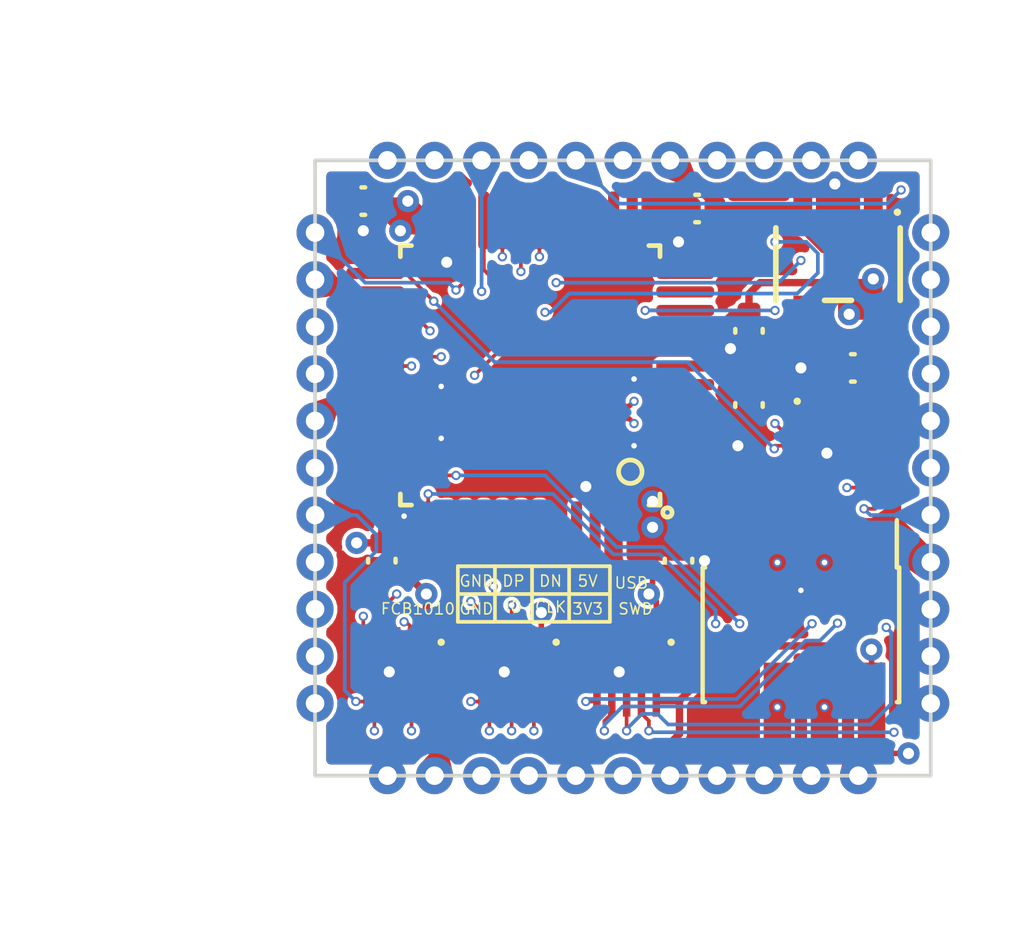
<source format=kicad_pcb>
(kicad_pcb
	(version 20241229)
	(generator "pcbnew")
	(generator_version "9.0")
	(general
		(thickness 1.6)
		(legacy_teardrops no)
	)
	(paper "A4")
	(layers
		(0 "F.Cu" signal)
		(4 "In1.Cu" signal)
		(6 "In2.Cu" signal)
		(2 "B.Cu" signal)
		(9 "F.Adhes" user "F.Adhesive")
		(11 "B.Adhes" user "B.Adhesive")
		(13 "F.Paste" user)
		(15 "B.Paste" user)
		(5 "F.SilkS" user "F.Silkscreen")
		(7 "B.SilkS" user "B.Silkscreen")
		(1 "F.Mask" user)
		(3 "B.Mask" user)
		(17 "Dwgs.User" user "User.Drawings")
		(19 "Cmts.User" user "User.Comments")
		(21 "Eco1.User" user "User.Eco1")
		(23 "Eco2.User" user "User.Eco2")
		(25 "Edge.Cuts" user)
		(27 "Margin" user)
		(31 "F.CrtYd" user "F.Courtyard")
		(29 "B.CrtYd" user "B.Courtyard")
		(35 "F.Fab" user)
		(33 "B.Fab" user)
		(39 "User.1" user)
		(41 "User.2" user)
		(43 "User.3" user)
		(45 "User.4" user)
		(47 "User.5" user)
		(49 "User.6" user)
		(51 "User.7" user)
		(53 "User.8" user)
		(55 "User.9" user)
	)
	(setup
		(stackup
			(layer "F.SilkS"
				(type "Top Silk Screen")
			)
			(layer "F.Paste"
				(type "Top Solder Paste")
			)
			(layer "F.Mask"
				(type "Top Solder Mask")
				(thickness 0.01)
			)
			(layer "F.Cu"
				(type "copper")
				(thickness 0.035)
			)
			(layer "dielectric 1"
				(type "prepreg")
				(thickness 0.1)
				(material "FR4")
				(epsilon_r 4.5)
				(loss_tangent 0.02)
			)
			(layer "In1.Cu"
				(type "copper")
				(thickness 0.035)
			)
			(layer "dielectric 2"
				(type "core")
				(thickness 1.24)
				(material "FR4")
				(epsilon_r 4.5)
				(loss_tangent 0.02)
			)
			(layer "In2.Cu"
				(type "copper")
				(thickness 0.035)
			)
			(layer "dielectric 3"
				(type "prepreg")
				(thickness 0.1)
				(material "FR4")
				(epsilon_r 4.5)
				(loss_tangent 0.02)
			)
			(layer "B.Cu"
				(type "copper")
				(thickness 0.035)
			)
			(layer "B.Mask"
				(type "Bottom Solder Mask")
				(thickness 0.01)
			)
			(layer "B.Paste"
				(type "Bottom Solder Paste")
			)
			(layer "B.SilkS"
				(type "Bottom Silk Screen")
			)
			(copper_finish "HAL lead-free")
			(dielectric_constraints no)
			(castellated_pads yes)
		)
		(pad_to_mask_clearance 0)
		(allow_soldermask_bridges_in_footprints no)
		(tenting front back)
		(pcbplotparams
			(layerselection 0x00000000_00000000_55555555_5755f5ff)
			(plot_on_all_layers_selection 0x00000000_00000000_00000000_00000000)
			(disableapertmacros no)
			(usegerberextensions no)
			(usegerberattributes yes)
			(usegerberadvancedattributes yes)
			(creategerberjobfile yes)
			(dashed_line_dash_ratio 12.000000)
			(dashed_line_gap_ratio 3.000000)
			(svgprecision 4)
			(plotframeref no)
			(mode 1)
			(useauxorigin no)
			(hpglpennumber 1)
			(hpglpenspeed 20)
			(hpglpendiameter 15.000000)
			(pdf_front_fp_property_popups yes)
			(pdf_back_fp_property_popups yes)
			(pdf_metadata yes)
			(pdf_single_document no)
			(dxfpolygonmode yes)
			(dxfimperialunits yes)
			(dxfusepcbnewfont yes)
			(psnegative no)
			(psa4output no)
			(plot_black_and_white yes)
			(sketchpadsonfab no)
			(plotpadnumbers no)
			(hidednponfab no)
			(sketchdnponfab yes)
			(crossoutdnponfab yes)
			(subtractmaskfromsilk no)
			(outputformat 1)
			(mirror no)
			(drillshape 0)
			(scaleselection 1)
			(outputdirectory "gerber/")
		)
	)
	(net 0 "")
	(net 1 "GND")
	(net 2 "Net-(BRD1E-P3.1)")
	(net 3 "unconnected-(BRD1C-P1.3-Pad5)")
	(net 4 "Net-(BRD1E-P3.4)")
	(net 5 "unconnected-(BRD1E-P3.3-Pad15)")
	(net 6 "Net-(BRD1B-P0.6{slash}AD6)")
	(net 7 "Net-(BRD1B-P0.1{slash}AD1)")
	(net 8 "unconnected-(BRD1A-NC-Pad12)")
	(net 9 "Net-(BRD1B-P0.3{slash}AD3)")
	(net 10 "Net-(BRD1C-P1.0)")
	(net 11 "unconnected-(BRD1A-NC-Pad34)")
	(net 12 "Net-(BRD1B-P0.0{slash}AD0)")
	(net 13 "BTNS_1-5")
	(net 14 "Net-(BRD1C-P1.2)")
	(net 15 "+5V")
	(net 16 "Net-(BRD1B-P0.2{slash}AD2)")
	(net 17 "unconnected-(BRD1E-P3.2-Pad14)")
	(net 18 "BTNS_6-10")
	(net 19 "unconnected-(BRD1E-P3.5-Pad17)")
	(net 20 "unconnected-(BRD1A-XTAL1-Pad21)")
	(net 21 "Net-(BRD1B-P0.5{slash}AD5)")
	(net 22 "unconnected-(BRD1A-RST-Pad10)")
	(net 23 "unconnected-(BRD1A-NC-Pad23)")
	(net 24 "Net-(BRD1B-P0.4{slash}AD4)")
	(net 25 "Net-(BRD1B-P0.7{slash}AD7)")
	(net 26 "unconnected-(BRD1C-P1.4-Pad6)")
	(net 27 "ADC_DOUT")
	(net 28 "MIDI_RX")
	(net 29 "VCC")
	(net 30 "/USB_DN")
	(net 31 "unconnected-(BRD1C-P1.7{slash}SCK-Pad9)")
	(net 32 "unconnected-(BRD1A-NC-Pad1)")
	(net 33 "/USB_DP")
	(net 34 "/SWD_IO")
	(net 35 "/SWD_CLK")
	(net 36 "unconnected-(BRD1A-XTAL2-Pad20)")
	(net 37 "ADC_DIN")
	(net 38 "unconnected-(U1B-PC13{slash}WKUP2{slash}RTC_TAMP1{slash}RTC_TS{slash}RTC_OUT-Pad2)")
	(net 39 "ADC_CS")
	(net 40 "Net-(U1D-PB3{slash}SPI1_SCK{slash}I2S1_CK{slash}TIM2_CH2{slash}TSC_G5_IO1{slash}EVENTOUT)")
	(net 41 "unconnected-(U1B-PF1-OSC_OUT{slash}I2C1_SCL-Pad6)")
	(net 42 "MIDI_TX")
	(net 43 "Net-(U1D-PB0{slash}TIM3_CH3{slash}TIM1_CH2N{slash}TSC_G3_IO2{slash}EVENTOUT{slash}ADC_IN8)")
	(net 44 "Net-(U1D-PB7{slash}I2C1_SDA{slash}USART1_RX{slash}USART4_CTS{slash}TIM17_CH1N{slash}TSC_G5_IO4)")
	(net 45 "unconnected-(U1C-PA3{slash}USART2_RX{slash}TIM2_CH4{slash}TSC_G1_IO4{slash}ADC_IN3-Pad13)")
	(net 46 "unconnected-(U1C-PA15{slash}SPI1_NSS{slash}I2S1_WS{slash}USART2_RX{slash}TIM2_CH1_ETR{slash}EVENTOUT{slash}USB_NOE-Pad38)")
	(net 47 "Net-(U1D-PB6{slash}I2C1_SCL{slash}USART1_TX{slash}TIM16_CH1N{slash}TSC_G5_I03)")
	(net 48 "unconnected-(U1B-PC14-OSC32_IN-Pad3)")
	(net 49 "Net-(U1D-PB2{slash}TSC_G3_IO4)")
	(net 50 "Net-(U1D-PB1{slash}TIM3_CH4{slash}TIM14_CH1{slash}TIM1_CH3N{slash}TSC_G3_IO3{slash}ADC_IN9)")
	(net 51 "unconnected-(U1D-PB8{slash}I2C1_SCL{slash}CEC{slash}TIM16_CH1{slash}TSC_SYNC{slash}CAN_RX-Pad45)")
	(net 52 "unconnected-(U1C-PA2{slash}USART2_TX{slash}TIM2_CH3{slash}TSC_G1_IO3{slash}ADC_IN2{slash}WKUP4-Pad12)")
	(net 53 "Net-(U1D-PB5{slash}SPI1_MOSI{slash}I2S1_SD{slash}I2C1_SMBA{slash}TIM16_BKIN{slash}TIM3_CH2{slash}WKUP6)")
	(net 54 "unconnected-(U1B-PC15-OSC32_OUT-Pad4)")
	(net 55 "unconnected-(U1C-PA1{slash}USART2_RTS{slash}TIM2_CH2{slash}TSC_G1_IO2{slash}EVENTOUT{slash}ADC_IN1-Pad11)")
	(net 56 "ADC_CLK")
	(net 57 "unconnected-(U1C-PA8{slash}USART1_CK{slash}TIM1_CH1{slash}EVENTOUT{slash}MCO{slash}CRS_SYNC-Pad29)")
	(net 58 "unconnected-(U1B-PF0-OSC_IN{slash}CRS_SYNC{slash}I2C1_SDA-Pad5)")
	(net 59 "Net-(U1D-PB4{slash}SPI1_MISO{slash}I2S1_MCK{slash}TIM17_BKIN{slash}TIM3_CH1{slash}TSC_G5_IO2{slash}EVENTOUT)")
	(net 60 "unconnected-(U1D-PB9{slash}SPI2_NSS{slash}I2C1_SDA{slash}IR_OUT{slash}TIM17_CH1{slash}EVENTOUT{slash}CAN_TX-Pad46)")
	(net 61 "Net-(BRD1A-ALE)")
	(net 62 "LATCH_EN")
	(net 63 "unconnected-(U6-NC-Pad4)")
	(net 64 "unconnected-(U1C-PA7{slash}SPI1_MOSI{slash}I2S1_SD{slash}TIM3_CH2{slash}TIM14_CH1{slash}TIM1_CH1N{slash}TIM17_CH1{slash}TSC_G2_IO4{slash}EVENTOUT{slash}ADC_IN7-Pad17)")
	(net 65 "unconnected-(U1C-PA4{slash}SPI1_NSS{slash}I2S1_WS{slash}TIM14_CH1{slash}TSC_G2_IO1{slash}USART2_CK{slash}USB_NOE{slash}ADC_IN4-Pad14)")
	(net 66 "unconnected-(U1C-PA6{slash}SPI1_MISO{slash}I2S1_MCK{slash}TIM3_CH1{slash}TIM1_BKIN{slash}TIM16_CH1{slash}TSC_G2_IO3{slash}EVENTOUT{slash}ADC_IN6-Pad16)")
	(net 67 "unconnected-(U1C-PA5{slash}SPI1_SCK{slash}I2S1_CK{slash}CEC{slash}TIM2_CH1_ETR{slash}TSC_G2_IO2{slash}ADC_IN5-Pad15)")
	(net 68 "unconnected-(U4-Pad9)")
	(net 69 "unconnected-(U5-Pad8)")
	(net 70 "unconnected-(U5-Pad7)")
	(footprint "TXU0104RUTR:PQFP12_RUT_TEX" (layer "F.Cu") (at 147 105.5 -90))
	(footprint "TXU0104RUTR:PQFP12_RUT_TEX" (layer "F.Cu") (at 150.1 105.5 -90))
	(footprint "CL05:C_0402" (layer "F.Cu") (at 143 92.8 180))
	(footprint "W78C32C:W78C32C" (layer "F.Cu") (at 150 100))
	(footprint "CL05:C_0402" (layer "F.Cu") (at 152 93 180))
	(footprint "TXU0104RUTR:PQFP12_RUT_TEX" (layer "F.Cu") (at 143.9 105.5 -90))
	(footprint "XKB:X1321WVS-2x04J-C40D53" (layer "F.Cu") (at 154.8 104.5 -90))
	(footprint "CL05:C_0402" (layer "F.Cu") (at 151.5 102.5 -90))
	(footprint "TXU0104RUTR:PQFP12_RUT_TEX" (layer "F.Cu") (at 155.5 99.4))
	(footprint "AP2112K-3.3TRG1:SOT_RG1_DIO" (layer "F.Cu") (at 155.8 94.5 -90))
	(footprint "STM32F042C6T6:QFP50P700X700X160-48N" (layer "F.Cu") (at 147.5 97.5 180))
	(footprint "CL05:C_0402" (layer "F.Cu") (at 156.2 97.3 180))
	(footprint "CL05:C_0402" (layer "F.Cu") (at 143.5 102.5 -90))
	(footprint "CL05:C_0402" (layer "F.Cu") (at 153.4 98.3 -90))
	(footprint "CL05:C_0402" (layer "F.Cu") (at 153.4 96.3 -90))
	(gr_poly
		(pts
			(xy 150.2 102.4) (xy 151.7 102.4) (xy 151.7 100.2) (xy 150.2 100.2)
		)
		(stroke
			(width 0.2)
			(type solid)
		)
		(fill yes)
		(layer "F.Cu")
		(net 29)
		(uuid "5f68577a-37ef-4394-a92a-19385dbe2ce0")
	)
	(gr_poly
		(pts
			(xy 143.5 92.8) (xy 144.3 92.8) (xy 144.8 93.3) (xy 144.8 93.6) (xy 144.5 93.6) (xy 144 93.6) (xy 143.5 93.1)
		)
		(stroke
			(width 0.2)
			(type solid)
		)
		(fill yes)
		(layer "F.Cu")
		(net 29)
		(uuid "5ff662f7-6740-425e-a734-5f275c19ba40")
	)
	(gr_poly
		(pts
			(xy 157.4 101.4) (xy 158.1 102.1) (xy 158.1 102.5) (xy 156.6 102.5) (xy 156.6 101.533334) (xy 157.4 101)
		)
		(stroke
			(width 0.2)
			(type solid)
		)
		(fill yes)
		(layer "F.Cu")
		(net 15)
		(uuid "992e6a95-7cd9-4714-8e90-caed37a243c8")
	)
	(gr_poly
		(pts
			(xy 154.4 98.2) (xy 154.4 98.6) (xy 155.5 98.6) (xy 155.5 98.2)
		)
		(stroke
			(width 0.2)
			(type solid)
		)
		(fill yes)
		(layer "F.Cu")
		(net 29)
		(uuid "a2b889ec-eac0-418f-a292-b58a61506737")
	)
	(gr_poly
		(pts
			(xy 156.9 95) (xy 155.9 95) (xy 155.9 95.9) (xy 156.9 95.9)
		)
		(stroke
			(width 0.2)
			(type solid)
		)
		(fill yes)
		(layer "F.Cu")
		(net 29)
		(uuid "c7d61e87-7b87-42f8-9411-04a52fe44f3d")
	)
	(gr_line
		(start 145.55 104.15)
		(end 149.65 104.15)
		(stroke
			(width 0.1)
			(type default)
		)
		(layer "F.SilkS")
		(uuid "02b261a0-afe2-475c-9d31-87ce94d0a0ae")
	)
	(gr_line
		(start 145.55 103.4)
		(end 149.65 103.4)
		(stroke
			(width 0.1)
			(type default)
		)
		(layer "F.SilkS")
		(uuid "0dae0b78-da39-484b-8306-a81eb79aad1f")
	)
	(gr_line
		(start 147.55 102.65)
		(end 147.55 104.15)
		(stroke
			(width 0.1)
			(type default)
		)
		(layer "F.SilkS")
		(uuid "0e630d84-3231-4bd9-83b9-652165bc9893")
	)
	(gr_line
		(start 148.55 102.65)
		(end 148.55 104.15)
		(stroke
			(width 0.1)
			(type default)
		)
		(layer "F.SilkS")
		(uuid "18172cce-308c-4197-9fc6-16c23008856d")
	)
	(gr_line
		(start 145.55 102.65)
		(end 145.55 104.15)
		(stroke
			(width 0.1)
			(type default)
		)
		(layer "F.SilkS")
		(uuid "2ac9c554-546a-4778-a37a-e3d14803a915")
	)
	(gr_line
		(start 149.65 102.65)
		(end 145.55 102.65)
		(stroke
			(width 0.1)
			(type default)
		)
		(layer "F.SilkS")
		(uuid "360bc021-3912-4d0e-837c-1dfc6392c63a")
	)
	(gr_line
		(start 146.55 102.65)
		(end 146.55 104.15)
		(stroke
			(width 0.1)
			(type default)
		)
		(layer "F.SilkS")
		(uuid "3f415220-f2c6-475c-88da-26d71abde23e")
	)
	(gr_line
		(start 149.65 104.15)
		(end 149.65 102.65)
		(stroke
			(width 0.1)
			(type default)
		)
		(layer "F.SilkS")
		(uuid "bac009c7-b5c7-46e1-8c75-449ec73e16f4")
	)
	(gr_text "GND"
		(at 146.05 103.05 0)
		(layer "F.SilkS")
		(uuid "0aed2492-9388-4eb6-837e-10b4554a8e48")
		(effects
			(font
				(size 0.3 0.3)
				(thickness 0.04)
			)
		)
	)
	(gr_text "5V"
		(at 149.05 103.05 0)
		(layer "F.SilkS")
		(uuid "3582343f-e3cc-4b5f-bf11-013aedf5453a")
		(effects
			(font
				(size 0.3 0.3)
				(thickness 0.04)
			)
		)
	)
	(gr_text "CLK"
		(at 148.05 103.75 0)
		(layer "F.SilkS")
		(uuid "497bd152-0adb-4c02-a30f-461b8596bf72")
		(effects
			(font
				(size 0.3 0.3)
				(thickness 0.04)
			)
		)
	)
	(gr_text "DP"
		(at 147.05 103.05 0)
		(layer "F.SilkS")
		(uuid "5fc448cb-3c67-49d1-83f3-43c9e1b8a3ee")
		(effects
			(font
				(size 0.3 0.3)
				(thickness 0.04)
			)
		)
	)
	(gr_text "IO"
		(at 147.05 103.75 0)
		(layer "F.SilkS")
		(uuid "7e91b8d8-5c9e-4a06-8fd8-1dff1191bc2f")
		(effects
			(font
				(size 0.3 0.3)
				(thickness 0.04)
			)
		)
	)
	(gr_text "3V3"
		(at 149.05 103.8 0)
		(layer "F.SilkS")
		(uuid "85b9aa5a-4259-4cf7-a96b-395a7d242c6f")
		(effects
			(font
				(size 0.3 0.3)
				(thickness 0.04)
			)
		)
	)
	(gr_text "DN"
		(at 148.05 103.05 0)
		(layer "F.SilkS")
		(uuid "997b4732-c021-4647-921e-eac8940121e1")
		(effects
			(font
				(size 0.3 0.3)
				(thickness 0.04)
			)
		)
	)
	(gr_text "USB"
		(at 149.75 103.1 0)
		(layer "F.SilkS")
		(uuid "a1d15e8e-4afb-4294-94c6-35c9e2c18e77")
		(effects
			(font
				(size 0.3 0.3)
				(thickness 0.04)
			)
			(justify left)
		)
	)
	(gr_text "GND"
		(at 146.05 103.8 0)
		(layer "F.SilkS")
		(uuid "a962b64c-ac2f-43e4-a895-d78cadca5d96")
		(effects
			(font
				(size 0.3 0.3)
				(thickness 0.04)
			)
		)
	)
	(gr_text "FCB1010"
		(at 145.5 103.8 0)
		(layer "F.SilkS")
		(uuid "ed661657-590b-45c2-9a93-ec93197ea635")
		(effects
			(font
				(size 0.3 0.3)
				(thickness 0.04)
			)
			(justify right)
		)
	)
	(gr_text "SWD"
		(at 149.85 103.8 0)
		(layer "F.SilkS")
		(uuid "f4db9017-24e4-45ad-9902-35d15dc7761e")
		(effects
			(font
				(size 0.3 0.3)
				(thickness 0.04)
			)
			(justify left)
		)
	)
	(segment
		(start 153.4 96.78)
		(end 152.9 96.78)
		(width 0.2)
		(layer "F.Cu")
		(net 1)
		(uuid "0178a64d-ce12-401f-9876-227d3222f51d")
	)
	(segment
		(start 146.0729 105.5)
		(end 146.8 105.5)
		(width 0.15)
		(layer "F.Cu")
		(net 1)
		(uuid "09ed30ea-acce-4836-a74d-889c2cbb8514")
	)
	(segment
		(start 152.9 96.78)
		(end 151.71 96.78)
		(width 0.2)
		(layer "F.Cu")
		(net 1)
		(uuid "14696c63-8222-4c2a-9dfc-d0c851a8bc2d")
	)
	(segment
		(start 153.4 99.1)
		(end 153.1 99.4)
		(width 0.2)
		(layer "F.Cu")
		(net 1)
		(uuid "274ef64c-dd12-44aa-bd42-1589d06b77d1")
	)
	(segment
		(start 153.4 98.78)
		(end 153.4 99.1)
		(width 0.2)
		(layer "F.Cu")
		(net 1)
		(uuid "33bda83c-4c81-4bd2-9c1a-d49779cc18eb")
	)
	(segment
		(start 155.72 97.3)
		(end 154.8 97.3)
		(width 0.2)
		(layer "F.Cu")
		(net 1)
		(uuid "3a831398-aae7-4a58-86a8-3f176493943e")
	)
	(segment
		(start 155.5 100.3271)
		(end 155.5 99.6)
		(width 0.15)
		(layer "F.Cu")
		(net 1)
		(uuid "48b3d4ce-74a1-4e0a-b886-a3aef721cc12")
	)
	(segment
		(start 151.52 93)
		(end 151.52 93.88)
		(width 0.2)
		(layer "F.Cu")
		(net 1)
		(uuid "4e449852-7f76-4b07-888d-31fd7365886f")
	)
	(segment
		(start 155.715002 93.115002)
		(end 155.715002 92.337795)
		(width 0.2)
		(layer "F.Cu")
		(net 1)
		(uuid "5a8113b5-7c48-4e35-8289-566c3c3e96e2")
	)
	(segment
		(start 154.352601 100.652601)
		(end 155.5 100.652601)
		(width 0.2)
		(layer "F.Cu")
		(net 1)
		(uuid "61654807-5c97-424f-9cfd-d3a65b1062fc")
	)
	(segment
		(start 156.35 108.15)
		(end 156 107.8)
		(width 0.15)
		(layer "F.Cu")
		(net 1)
		(uuid "6a96f708-5adc-4b4c-8eb5-db9f1819bd7f")
	)
	(segment
		(start 149.1729 105.5)
		(end 149.9 105.5)
		(width 0.15)
		(layer "F.Cu")
		(net 1)
		(uuid "706dc458-e326-45b8-8b65-dfb4452ad18f")
	)
	(segment
		(start 142.9729 105.5)
		(end 143.7 105.5)
		(width 0.15)
		(layer "F.Cu")
		(net 1)
		(uuid "8dfd9c0c-fb95-454c-b619-cb11985d5b76")
	)
	(segment
		(start 155.8 93.2)
		(end 155.715002 93.115002)
		(width 0.2)
		(layer "F.Cu")
		(net 1)
		(uuid "92ca3f2b-1e4c-4db9-847a-aefa23f8491b")
	)
	(segment
		(start 151.52 93.88)
		(end 151.5 93.9)
		(width 0.2)
		(layer "F.Cu")
		(net 1)
		(uuid "94db7c39-937f-4552-bad7-3298724d9ed0")
	)
	(segment
		(start 153.4 96.78)
		(end 154.28 96.78)
		(width 0.2)
		(layer "F.Cu")
		(net 1)
		(uuid "a32641e8-cfad-4af0-9a1f-94539ae4911a")
	)
	(segment
		(start 151.71 96.78)
		(end 151.68 96.75)
		(width 0.2)
		(layer "F.Cu")
		(net 1)
		(uuid "bfee8db5-30e0-4e88-966c-29eb1a4939c5")
	)
	(segment
		(start 145.25 94.45)
		(end 145.25 93.32)
		(width 0.15)
		(layer "F.Cu")
		(net 1)
		(uuid "c5bce9cf-bdec-4fa9-bd4c-ab31ad5b511d")
	)
	(segment
		(start 142.52 93.12)
		(end 143 93.6)
		(width 0.2)
		(layer "F.Cu")
		(net 1)
		(uuid "d4bf0b6b-ebc8-4372-8d87-b5ae204603e6")
	)
	(segment
		(start 153.1 99.4)
		(end 154.352601 100.652601)
		(width 0.2)
		(layer "F.Cu")
		(net 1)
		(uuid "f566c9b9-d646-4b52-88b3-e0b7964606d2")
	)
	(segment
		(start 142.52 92.8)
		(end 142.52 93.12)
		(width 0.2)
		(layer "F.Cu")
		(net 1)
		(uuid "f871f2a5-d6cf-424f-8317-b569e7dbab8c")
	)
	(segment
		(start 154.28 96.78)
		(end 154.8 97.3)
		(width 0.2)
		(layer "F.Cu")
		(net 1)
		(uuid "f8c28807-b706-4c9f-aa0e-2ce74b29d712")
	)
	(via
		(at 152.2 102.5)
		(size 0.6)
		(drill 0.3)
		(layers "F.Cu" "B.Cu")
		(net 1)
		(uuid "028007c5-285d-42d5-9348-6021d877bc36")
	)
	(via
		(at 154.8 103.3)
		(size 0.25)
		(drill 0.15)
		(layers "F.Cu" "B.Cu")
		(net 1)
		(uuid "19b6eaa2-0d21-43b8-82d7-8f249f90bc06")
	)
	(via
		(at 151.5 93.9)
		(size 0.6)
		(drill 0.3)
		(layers "F.Cu" "B.Cu")
		(net 1)
		(uuid "218bc5b6-8457-4a87-bac3-96c4c20db7ce")
	)
	(via
		(at 149 100.5)
		(size 0.6)
		(drill 0.3)
		(layers "F.Cu" "B.Cu")
		(net 1)
		(uuid "34fd8234-b307-478e-9871-781c106decbf")
	)
	(via
		(at 155.715002 92.337795)
		(size 0.6)
		(drill 0.3)
		(layers "F.Cu" "B.Cu")
		(net 1)
		(uuid "36a75715-932b-4546-9482-7dbb58c05c5c")
	)
	(via
		(at 150.3 97.6)
		(size 0.25)
		(drill 0.15)
		(layers "F.Cu" "B.Cu")
		(net 1)
		(uuid "50a24178-2e0e-4cd5-9484-f4a926ebb097")
	)
	(via
		(at 143 93.6)
		(size 0.6)
		(drill 0.3)
		(layers "F.Cu" "B.Cu")
		(net 1)
		(uuid "51c3f7f3-206d-4a01-99da-72b2caa4e755")
	)
	(via
		(at 153.1 99.4)
		(size 0.6)
		(drill 0.3)
		(layers "F.Cu" "B.Cu")
		(net 1)
		(uuid "5a718bd3-21a3-4b7d-b3ac-63f91bcb8977")
	)
	(via
		(at 155.5 99.6)
		(size 0.6)
		(drill 0.3)
		(layers "F.Cu" "B.Cu")
		(net 1)
		(uuid "5b731c5d-f8cf-4fe1-814d-57e4a4e129f6")
	)
	(via
		(at 145.1 99.2)
		(size 0.25)
		(drill 0.15)
		(layers "F.Cu" "B.Cu")
		(net 1)
		(uuid "69a6e2da-ce46-414f-aef0-5946faa5205b")
	)
	(via
		(at 152.9 96.78)
		(size 0.6)
		(drill 0.3)
		(layers "F.Cu" "B.Cu")
		(net 1)
		(uuid "9db5a403-66b5-47c4-bb4a-6a44159d6919")
	)
	(via
		(at 154.8 97.3)
		(size 0.6)
		(drill 0.3)
		(layers "F.Cu" "B.Cu")
		(net 1)
		(uuid "b5aef0f9-30ee-4c25-bd40-18309bf060a3")
	)
	(via
		(at 150.3 99.4)
		(size 0.25)
		(drill 0.15)
		(layers "F.Cu" "B.Cu")
		(net 1)
		(uuid "c1bf5967-ef10-440b-8227-19d01fdeee37")
	)
	(via
		(at 145.25 94.45)
		(size 0.6)
		(drill 0.3)
		(layers "F.Cu" "B.Cu")
		(net 1)
		(uuid "c427aa60-815a-49cc-8535-897408bba293")
	)
	(via
		(at 145.1 97.8)
		(size 0.25)
		(drill 0.15)
		(layers "F.Cu" "B.Cu")
		(net 1)
		(uuid "c45a09d8-6d00-4448-b122-893fb993c7bc")
	)
	(via
		(at 146.8 105.5)
		(size 0.6)
		(drill 0.3)
		(layers "F.Cu" "B.Cu")
		(net 1)
		(uuid "caa7d81c-67e2-415c-a10e-9a86ae4d33a3")
	)
	(via
		(at 149.9 105.5)
		(size 0.6)
		(drill 0.3)
		(layers "F.Cu" "B.Cu")
		(net 1)
		(uuid "df791a60-ccda-402c-aa46-7e04b22791ac")
	)
	(via
		(at 143.7 105.5)
		(size 0.6)
		(drill 0.3)
		(layers "F.Cu" "B.Cu")
		(net 1)
		(uuid "ee5bf3b3-977e-4445-8bac-302d89637cd8")
	)
	(via
		(at 144.1 101.3)
		(size 0.25)
		(drill 0.15)
		(layers "F.Cu" "B.Cu")
		(net 1)
		(uuid "f8388f34-3232-4d8c-80c8-bb76fb3f4c28")
	)
	(segment
		(start 143.074699 106.3)
		(end 143.099999 106.2747)
		(width 0.1)
		(layer "F.Cu")
		(net 2)
		(uuid "5165ecd4-fba6-45e2-9dcc-8ce7c87bc355")
	)
	(segment
		(start 142.8 106.3)
		(end 143.074699 106.3)
		(width 0.1)
		(layer "F.Cu")
		(net 2)
		(uuid "e22cbbb0-be7c-4183-be48-4996acc43510")
	)
	(via
		(at 142.8 106.3)
		(size 0.25)
		(drill 0.15)
		(layers "F.Cu" "B.Cu")
		(net 2)
		(uuid "07de6ad4-17a8-405c-bd35-88f1b08280b6")
	)
	(segment
		(start 142.5 106)
		(end 142.5 103.090948)
		(width 0.1)
		(layer "B.Cu")
		(net 2)
		(uuid "1dc73467-efb7-4f3e-8f3b-7d326ac4e7b4")
	)
	(segment
		(start 142.5 103.090948)
		(end 143.351 102.239948)
		(width 0.1)
		(layer "B.Cu")
		(net 2)
		(uuid "2ea70437-9691-43ba-b411-fc57b98b7bdf")
	)
	(segment
		(start 142.820948 101.27)
		(end 141.7 101.27)
		(width 0.1)
		(layer "B.Cu")
		(net 2)
		(uuid "2fb4e3f1-344d-4616-9897-b8fb5bf65b45")
	)
	(segment
		(start 143.351 102.239948)
		(end 143.351 101.800052)
		(width 0.1)
		(layer "B.Cu")
		(net 2)
		(uuid "423c8cad-eea8-44db-8475-d604f9085283")
	)
	(segment
		(start 142.8 106.3)
		(end 142.5 106)
		(width 0.1)
		(layer "B.Cu")
		(net 2)
		(uuid "467c55b4-fa71-4fe1-8ecd-4f89b5deab2c")
	)
	(segment
		(start 143.351 101.800052)
		(end 142.820948 101.27)
		(width 0.1)
		(layer "B.Cu")
		(net 2)
		(uuid "fc7f8db8-618f-40a7-ae10-49fdc439c6e5")
	)
	(segment
		(start 143.3 106.824805)
		(end 143.500001 106.624804)
		(width 0.1)
		(layer "F.Cu")
		(net 4)
		(uuid "4a39261a-a370-473e-80a5-06783e0d0ec6")
	)
	(segment
		(start 143.3 107.1)
		(end 143.3 106.824805)
		(width 0.1)
		(layer "F.Cu")
		(net 4)
		(uuid "d26d1376-f59d-4183-85b3-242303ba8b8b")
	)
	(segment
		(start 143.500001 106.624804)
		(end 143.500001 106.2747)
		(width 0.1)
		(layer "F.Cu")
		(net 4)
		(uuid "d6dcf3ff-dfcf-4621-bfc3-63b08da73d53")
	)
	(via
		(at 143.3 107.09)
		(size 0.25)
		(drill 0.15)
		(layers "F.Cu" "B.Cu")
		(net 4)
		(uuid "06e9fcba-b3e5-456d-9a6b-6cf5bb12b712")
	)
	(segment
		(start 142.224882 105.08)
		(end 141.7 105.08)
		(width 0.1)
		(layer "In2.Cu")
		(net 4)
		(uuid "45906728-5726-4ede-8788-b71da1665e5b")
	)
	(segment
		(start 143.3 106.155118)
		(end 142.224882 105.08)
		(width 0.1)
		(layer "In2.Cu")
		(net 4)
		(uuid "4a348736-4497-4355-92ed-fa0286e6f471")
	)
	(segment
		(start 143.3 107.09)
		(end 143.3 106.155118)
		(width 0.1)
		(layer "In2.Cu")
		(net 4)
		(uuid "ca39bfd8-0700-460a-b1c5-53b454644567")
	)
	(segment
		(start 150.1 106.2747)
		(end 150.1 107.1)
		(width 0.1)
		(layer "F.Cu")
		(net 6)
		(uuid "d0155932-d42a-40d5-8a2e-16d69b0599a6")
	)
	(via
		(at 157.1 104.3)
		(size 0.25)
		(drill 0.15)
		(layers "F.Cu" "B.Cu")
		(net 6)
		(uuid "52e50196-b9b7-4e6e-a538-f5fd83093b27")
	)
	(via
		(at 150.1 107.09)
		(size 0.25)
		(drill 0.15)
		(layers "F.Cu" "B.Cu")
		(net 6)
		(uuid "dc0011e9-5ee0-4652-88ae-0d96a9417874")
	)
	(segment
		(start 157.231 106.368)
		(end 157.231 104.431)
		(width 0.1)
		(layer "B.Cu")
		(net 6)
		(uuid "0f1ce675-74d7-48db-a1b9-7ffac6409c07")
	)
	(segment
		(start 157.231 104.431)
		(end 157.1 104.3)
		(width 0.1)
		(layer "B.Cu")
		(net 6)
		(uuid "22f9e3f4-d4e5-46b5-bcb0-39fdabddc4d5")
	)
	(segment
		(start 156.679759 106.919241)
		(end 157.231 106.368)
		(width 0.1)
		(layer "B.Cu")
		(net 6)
		(uuid "2f8c4667-d236-478f-ad64-d9b85bd249bd")
	)
	(segment
		(start 150.934 106.634)
		(end 151.219241 106.919241)
		(width 0.1)
		(layer "B.Cu")
		(net 6)
		(uuid "68b74123-fb31-42e8-9ced-5155dfee0b34")
	)
	(segment
		(start 150.511118 106.634)
		(end 150.934 106.634)
		(width 0.1)
		(layer "B.Cu")
		(net 6)
		(uuid "86beac66-93ab-44ae-b7fd-04c3845cd0c7")
	)
	(segment
		(start 150.1 107.09)
		(end 150.1 107.045118)
		(width 0.1)
		(layer "B.Cu")
		(net 6)
		(uuid "c1ae5e94-e126-4cd8-bb02-c2b2f78e4c8d")
	)
	(segment
		(start 150.1 107.045118)
		(end 150.511118 106.634)
		(width 0.1)
		(layer "B.Cu")
		(net 6)
		(uuid "cdb10fdf-02b0-460d-9cba-17294913cdef")
	)
	(segment
		(start 151.219241 106.919241)
		(end 156.679759 106.919241)
		(width 0.1)
		(layer "B.Cu")
		(net 6)
		(uuid "d50f0cad-1755-426d-ac97-cceb78ea6731")
	)
	(segment
		(start 157.1 104.3)
		(end 157.4 104)
		(width 0.1)
		(layer "In2.Cu")
		(net 6)
		(uuid "204d16dc-a9a1-4b3b-b9dc-e112e57ce7ec")
	)
	(segment
		(start 157.4 104)
		(end 157.4 97.09)
		(width 0.1)
		(layer "In2.Cu")
		(net 6)
		(uuid "6da33390-7ec1-4cfa-93a0-d956025b58d6")
	)
	(segment
		(start 157.4 97.09)
		(end 158.3 96.19)
		(width 0.1)
		(layer "In2.Cu")
		(net 6)
		(uuid "bec9df5c-4a52-4693-957a-c960fed11460")
	)
	(segment
		(start 147 106.2747)
		(end 147 107.1)
		(width 0.1)
		(layer "F.Cu")
		(net 7)
		(uuid "a04d3faf-f99f-41a8-aad8-da6e21c3d9e7")
	)
	(via
		(at 147 107.09)
		(size 0.25)
		(drill 0.15)
		(layers "F.Cu" "B.Cu")
		(net 7)
		(uuid "d797feea-84bb-4b15-b512-728384f559ff")
	)
	(segment
		(start 153.01 92.5)
		(end 153.81 91.7)
		(width 0.1)
		(layer "In2.Cu")
		(net 7)
		(uuid "13444580-9dd9-4b3b-b03e-6f4bdabbe140")
	)
	(segment
		(start 147.788882 107.546)
		(end 148.522 106.812882)
		(width 0.1)
		(layer "In2.Cu")
		(net 7)
		(uuid "275f9cc1-0c69-4ea4-aafd-4a93031343f6")
	)
	(segment
		(start 148.522 104.73929)
		(end 148.904 104.35729)
		(width 0.1)
		(layer "In2.Cu")
		(net 7)
		(uuid "2953d3f3-5e08-4d75-a0f3-45b1030197ad")
	)
	(segment
		(start 147.896 102.43471)
		(end 147.896 96.718996)
		(width 0.1)
		(layer "In2.Cu")
		(net 7)
		(uuid "2f0b391a-f835-4e4a-82b7-48d57af812ad")
	)
	(segment
		(start 148.522 106.812882)
		(end 148.522 104.73929)
		(width 0.1)
		(layer "In2.Cu")
		(net 7)
		(uuid "440189ed-4c46-4881-aa2b-0bf7a921bfec")
	)
	(segment
		(start 147.896 96.718996)
		(end 152.114996 92.5)
		(width 0.1)
		(layer "In2.Cu")
		(net 7)
		(uuid "4b59f39b-46fd-4e0f-ab73-a514eef38e47")
	)
	(segment
		(start 147 107.134882)
		(end 147.411118 107.546)
		(width 0.1)
		(layer "In2.Cu")
		(net 7)
		(uuid "6969c89b-209d-43f6-8809-5199f8ac53b5")
	)
	(segment
		(start 148.904 103.442709)
		(end 147.896 102.43471)
		(width 0.1)
		(layer "In2.Cu")
		(net 7)
		(uuid "8730a31a-6f31-4fa5-bf4e-7761e058e074")
	)
	(segment
		(start 147.411118 107.546)
		(end 147.788882 107.546)
		(width 0.1)
		(layer "In2.Cu")
		(net 7)
		(uuid "a17de60e-446d-4801-bd72-82d76938e9f5")
	)
	(segment
		(start 148.904 104.35729)
		(end 148.904 103.442709)
		(width 0.1)
		(layer "In2.Cu")
		(net 7)
		(uuid "bd6f4ccc-64fe-4b2c-88e1-e3656cbc4b62")
	)
	(segment
		(start 152.114996 92.5)
		(end 153.01 92.5)
		(width 0.1)
		(layer "In2.Cu")
		(net 7)
		(uuid "c0b4a98a-a277-4260-9e0a-461f68ca4d78")
	)
	(segment
		(start 147 107.09)
		(end 147 107.134882)
		(width 0.1)
		(layer "In2.Cu")
		(net 7)
		(uuid "f51eab40-66c0-40a1-999c-d3c2272531d6")
	)
	(segment
		(start 145.9 106.3)
		(end 146.174699 106.3)
		(width 0.1)
		(layer "F.Cu")
		(net 9)
		(uuid "051302b1-1586-44ea-9ab6-fd3c7e171c4a")
	)
	(segment
		(start 146.174699 106.3)
		(end 146.199999 106.2747)
		(width 0.1)
		(layer "F.Cu")
		(net 9)
		(uuid "14d1af2d-db2b-412b-adcd-b8fcc55ffe38")
	)
	(via
		(at 148.2 95)
		(size 0.25)
		(drill 0.15)
		(layers "F.Cu" "B.Cu")
		(net 9)
		(uuid "14f84121-0b74-4f5e-ac7d-367b754df42f")
	)
	(via
		(at 154.8 94.4)
		(size 0.25)
		(drill 0.15)
		(layers "F.Cu" "B.Cu")
		(net 9)
		(uuid "4adcc426-acf2-46d8-9b8b-aa34b074cd20")
	)
	(via
		(at 145.9 106.3)
		(size 0.25)
		(drill 0.15)
		(layers "F.Cu" "B.Cu")
		(net 9)
		(uuid "de5b54ae-56ea-49b4-bb14-eabbd0299919")
	)
	(segment
		(start 154.8 94.4)
		(end 154.2 95)
		(width 0.1)
		(layer "B.Cu")
		(net 9)
		(uuid "99f33f61-b75a-4541-97ee-be39a5bcc5c1")
	)
	(segment
		(start 154.2 95)
		(end 153.9 95)
		(width 0.1)
		(layer "B.Cu")
		(net 9)
		(uuid "9e9d46f7-cc86-4b1e-aa89-910c2b2dd88f")
	)
	(segment
		(start 148.2 95)
		(end 153.9 95)
		(width 0.1)
		(layer "B.Cu")
		(net 9)
		(uuid "b5994dc5-12e5-435e-bb70-bd2a00bc463a")
	)
	(segment
		(start 145.9 106.3)
		(end 146.043 106.443)
		(width 0.1)
		(layer "In2.Cu")
		(net 9)
		(uuid "2b28c56e-c35b-4742-a792-677605df17b6")
	)
	(segment
		(start 147.323 95.677)
		(end 147.323 102.672052)
		(width 0.1)
		(layer "In2.Cu")
		(net 9)
		(uuid "4bc03d89-3d30-48cb-a507-38747969917e")
	)
	(segment
		(start 147.949 105.9)
		(end 147.949 105.8)
		(width 0.1)
		(layer "In2.Cu")
		(net 9)
		(uuid "4f5f1132-b4b0-4212-9549-30ad090c29f2")
	)
	(segment
		(start 148.331 103.680052)
		(end 148.331 104.119948)
		(width 0.1)
		(layer "In2.Cu")
		(net 9)
		(uuid "57853f30-76db-47b7-aa0a-89ac5bcb5481")
	)
	(segment
		(start 148.331 104.119948)
		(end 147.949 104.501948)
		(width 0.1)
		(layer "In2.Cu")
		(net 9)
		(uuid "79ffa037-a00e-47b2-acec-2c9b3e97e436")
	)
	(segment
		(start 148.2 95)
		(end 148 95)
		(width 0.1)
		(layer "In2.Cu")
		(net 9)
		(uuid "8093efd8-308f-4108-86f8-4cb11f2d0a57")
	)
	(segment
		(start 147.323 102.672052)
		(end 148.331 103.680052)
		(width 0.1)
		(layer "In2.Cu")
		(net 9)
		(uuid "9b0a0693-f77c-4633-b33d-0c7cc8cc2199")
	)
	(segment
		(start 148 95)
		(end 147.323 95.677)
		(width 0.1)
		(layer "In2.Cu")
		(net 9)
		(uuid "a20da7b8-e316-4ae7-a738-947a500fe582")
	)
	(segment
		(start 154.8 94.4)
		(end 156.35 92.85)
		(width 0.1)
		(layer "In2.Cu")
		(net 9)
		(uuid "a80db9c1-e331-443e-b935-a0f272feb985")
	)
	(segment
		(start 147.949 104.501948)
		(end 147.949 105.9)
		(width 0.1)
		(layer "In2.Cu")
		(net 9)
		(uuid "ac04c714-78d2-4207-8b9b-3614e2176f80")
	)
	(segment
		(start 156.35 92.85)
		(end 156.35 91.7)
		(width 0.1)
		(layer "In2.Cu")
		(net 9)
		(uuid "bd59b816-2c74-4d49-8bba-3b621017d72c")
	)
	(segment
		(start 147.706772 106.443)
		(end 147.949 106.200772)
		(width 0.1)
		(layer "In2.Cu")
		(net 9)
		(uuid "cedbb762-29f1-4110-945b-b6b1f514d77c")
	)
	(segment
		(start 147.949 106.200772)
		(end 147.949 105.9)
		(width 0.1)
		(layer "In2.Cu")
		(net 9)
		(uuid "e41fc21e-cdea-483e-ad3f-8c109013fcb2")
	)
	(segment
		(start 146.043 106.443)
		(end 147.706772 106.443)
		(width 0.1)
		(layer "In2.Cu")
		(net 9)
		(uuid "f1a71c9c-3ace-44ac-8665-9b08c6c68888")
	)
	(segment
		(start 156.9 100.332882)
		(end 156.9 99.4935)
		(width 0.1)
		(layer "F.Cu")
		(net 10)
		(uuid "23ac6b07-770e-448c-ab17-bf916715b19e")
	)
	(segment
		(start 156.8065 99.4)
		(end 156.2747 99.4)
		(width 0.1)
		(layer "F.Cu")
		(net 10)
		(uuid "4af10665-2fbb-47bb-a029-f188922bdee8")
	)
	(segment
		(start 156.9 99.4935)
		(end 156.8065 99.4)
		(width 0.1)
		(layer "F.Cu")
		(net 10)
		(uuid "6b178b9d-56d1-4ad1-bbcc-231a9b940ab4")
	)
	(segment
		(start 156.04035 100.528964)
		(end 156.703918 100.528964)
		(width 0.1)
		(layer "F.Cu")
		(net 10)
		(uuid "bbc50f70-a1f0-4e84-802f-f824b44f6328")
	)
	(segment
		(start 156.703918 100.528964)
		(end 156.9 100.332882)
		(width 0.1)
		(layer "F.Cu")
		(net 10)
		(uuid "d4281092-cd98-4b8e-a4ea-5e03cb1d26c6")
	)
	(via
		(at 156.04035 100.528964)
		(size 0.25)
		(drill 0.15)
		(layers "F.Cu" "B.Cu")
		(net 10)
		(uuid "aed3949f-9746-4d60-9bb5-4f284dcf09f7")
	)
	(via
		(at 157.5 92.5)
		(size 0.25)
		(drill 0.15)
		(layers "F.Cu" "B.Cu")
		(net 10)
		(uuid "e1e47eba-2ba4-43f3-b5fa-987c67376b7c")
	)
	(segment
		(start 157.5 92.5)
		(end 157.131205 92.868795)
		(width 0.1)
		(layer "B.Cu")
		(net 10)
		(uuid "1ca9d12d-d593-4b2a-a8eb-072a2695f656")
	)
	(segment
		(start 157.131205 92.868795)
		(end 149.898795 92.868795)
		(width 0.1)
		(layer "B.Cu")
		(net 10)
		(uuid "8011b164-1716-47a0-8fcd-7cad052c6b30")
	)
	(segment
		(start 149.898795 92.868795)
		(end 148.73 91.7)
		(width 0.1)
		(layer "B.Cu")
		(net 10)
		(uuid "c14e7399-1104-4bd1-a7bc-e4f6c8459299")
	)
	(segment
		(start 156.631 95.531947)
		(end 156.219001 95.119948)
		(width 0.1)
		(layer "In2.Cu")
		(net 10)
		(uuid "425090b7-e13d-4757-a0f3-e90e94a6abf2")
	)
	(segment
		(start 156.631 99.938314)
		(end 156.631 95.531947)
		(width 0.1)
		(layer "In2.Cu")
		(net 10)
		(uuid "55a87283-140c-4429-9538-aa313c5e28e8")
	)
	(segment
		(start 156.04035 100.528964)
		(end 156.631 99.938314)
		(width 0.1)
		(layer "In2.Cu")
		(net 10)
		(uuid "6ec1df5a-395e-4b62-b886-77919cf1c744")
	)
	(segment
		(start 156.219001 95.119948)
		(end 156.219001 93.780999)
		(width 0.1)
		(layer "In2.Cu")
		(net 10)
		(uuid "a45c4167-2b68-4800-b6d6-379e7995c3e8")
	)
	(segment
		(start 156.219001 93.780999)
		(end 157.5 92.5)
		(width 0.1)
		(layer "In2.Cu")
		(net 10)
		(uuid "fe613044-2463-481a-af8d-430906387963")
	)
	(segment
		(start 147.6 106.821107)
		(end 147.399999 106.621106)
		(width 0.1)
		(layer "F.Cu")
		(net 12)
		(uuid "60176a6b-a785-4b5c-ab77-c6c0181dceeb")
	)
	(segment
		(start 147.6 107.09)
		(end 147.6 106.821107)
		(width 0.1)
		(layer "F.Cu")
		(net 12)
		(uuid "dca2bf10-7136-4742-9a8d-5709cc09cc8b")
	)
	(segment
		(start 147.399999 106.621106)
		(end 147.399999 106.2747)
		(width 0.1)
		(layer "F.Cu")
		(net 12)
		(uuid "f5ab6186-c8fc-48df-9759-d4db6fb6d810")
	)
	(via
		(at 147.6 107.09)
		(size 0.25)
		(drill 0.15)
		(layers "F.Cu" "B.Cu")
		(net 12)
		(uuid "405c04ef-7706-409a-824d-e6ec8f525675")
	)
	(segment
		(start 148.331 106.359)
		(end 148.331 104.660176)
		(width 0.1)
		(layer "In2.Cu")
		(net 12)
		(uuid "128413da-d2db-4607-a0ab-ef4babe38746")
	)
	(segment
		(start 148.713 103.521824)
		(end 147.705 102.513824)
		(width 0.1)
		(layer "In2.Cu")
		(net 12)
		(uuid "473d54c5-17a7-4248-9793-2fb2dd50f9d1")
	)
	(segment
		(start 147.705 96.639882)
		(end 152.54 91.804882)
		(width 0.1)
		(layer "In2.Cu")
		(net 12)
		(uuid "666ff358-f8d3-4812-acd2-0ef6387382fe")
	)
	(segment
		(start 147.705 102.513824)
		(end 147.705 96.639882)
		(width 0.1)
		(layer "In2.Cu")
		(net 12)
		(uuid "6f2fea30-2d87-46d9-9078-79739aadfc3f")
	)
	(segment
		(start 152.54 91.804882)
		(end 152.54 91.7)
		(width 0.1)
		(layer "In2.Cu")
		(net 12)
		(uuid "9ac3efd5-74d6-4ce6-984e-8f7f5ea81e58")
	)
	(segment
		(start 147.6 107.09)
		(end 148.331 106.359)
		(width 0.1)
		(layer "In2.Cu")
		(net 12)
		(uuid "a3b7348f-7f73-4098-8692-814aa6e35c2b")
	)
	(segment
		(start 148.713 104.278176)
		(end 148.713 103.521824)
		(width 0.1)
		(layer "In2.Cu")
		(net 12)
		(uuid "a43e06fb-4133-4987-bada-91876c7d5d85")
	)
	(segment
		(start 148.331 104.660176)
		(end 148.713 104.278176)
		(width 0.1)
		(layer "In2.Cu")
		(net 12)
		(uuid "f90a8247-5ebe-4bb2-ba6a-eeb9aa52b288")
	)
	(segment
		(start 145.781 94.919)
		(end 145.781 93.351)
		(width 0.1)
		(layer "F.Cu")
		(net 13)
		(uuid "106628ec-67b1-41eb-b3ca-7f6162a35884")
	)
	(segment
		(start 145.5 95.2)
		(end 145.781 94.919)
		(width 0.1)
		(layer "F.Cu")
		(net 13)
		(uuid "a4264560-0d02-4f59-8dfc-1ebfe78f5310")
	)
	(segment
		(start 145.781 93.351)
		(end 145.75 93.32)
		(width 0.1)
		(layer "F.Cu")
		(net 13)
		(uuid "c85088e4-1498-4865-9ae7-d12d8fcc52fe")
	)
	(via
		(at 145.5 95.2)
		(size 0.25)
		(drill 0.15)
		(layers "F.Cu" "B.Cu")
		(net 13)
		(uuid "0f7478d7-bbd9-4566-924b-409150eb1076")
	)
	(segment
		(start 145.5 95.2)
		(end 145.3 95)
		(width 0.1)
		(layer "B.Cu")
		(net 13)
		(uuid "9b710614-2dff-4501-a53f-79a299d12f1d")
	)
	(segment
		(start 143.05 95)
		(end 141.7 93.65)
		(width 0.1)
		(layer "B.Cu")
		(net 13)
		(uuid "a7e904ec-7d16-4a89-863c-7ccb11cafb1f")
	)
	(segment
		(start 145.3 95)
		(end 143.05 95)
		(width 0.1)
		(layer "B.Cu")
		(net 13)
		(uuid "aaae47d0-0629-4b05-982a-290954d47f8e")
	)
	(segment
		(start 144.299999 107.09)
		(end 144.299999 106.2747)
		(width 0.1)
		(layer "F.Cu")
		(net 14)
		(uuid "0df524b0-d27f-492d-b893-e172d305d386")
	)
	(via
		(at 146.19 95.238389)
		(size 0.25)
		(drill 0.15)
		(layers "F.Cu" "B.Cu")
		(net 14)
		(uuid "39b764a7-667e-4038-ac2a-614de9ce4cce")
	)
	(via
		(at 144.299999 107.09)
		(size 0.25)
		(drill 0.15)
		(layers "F.Cu" "B.Cu")
		(net 14)
		(uuid "7949ee02-a603-47d3-8404-1f290adf79a9")
	)
	(segment
		(start 146.19 95.238389)
		(end 146.19 91.7)
		(width 0.1)
		(layer "B.Cu")
		(net 14)
		(uuid "e58e6cce-f6c7-4486-b1c9-be947276d20b")
	)
	(segment
		(start 146.559 95.559)
		(end 146.559 102.226004)
		(width 0.1)
		(layer "In2.Cu")
		(net 14)
		(uuid "083e6335-7959-4271-b14e-9
... [418226 chars truncated]
</source>
